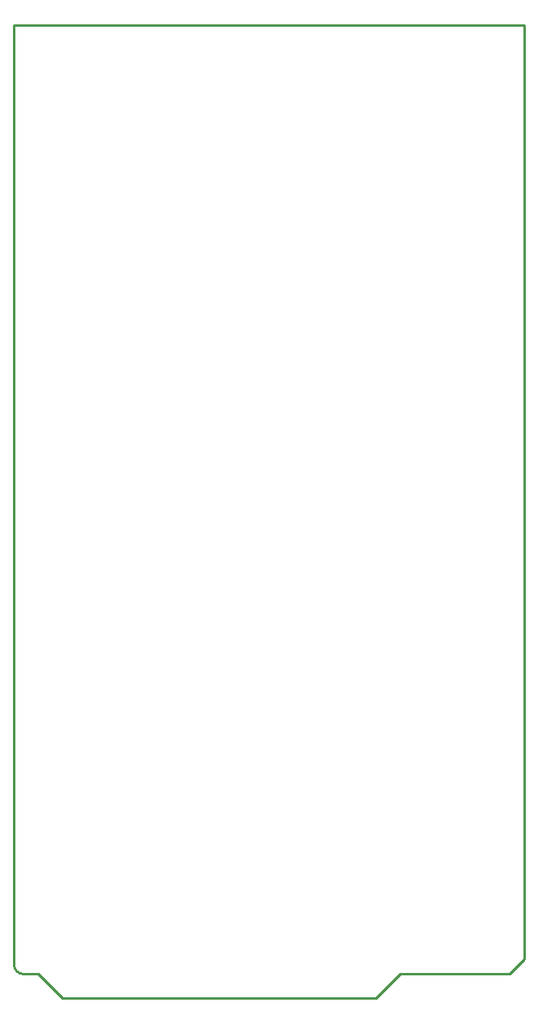
<source format=gko>
G04*
G04 #@! TF.GenerationSoftware,Altium Limited,Altium Designer,18.1.11 (251)*
G04*
G04 Layer_Color=16711935*
%FSLAX25Y25*%
%MOIN*%
G70*
G01*
G75*
%ADD14C,0.01000*%
D14*
X-1Y-386100D02*
G03*
X3800Y-390000I3901J0D01*
G01*
X-0Y-386100D02*
X0Y0D01*
X3800Y-390000D02*
X10000D01*
X210000Y-384000D02*
X210000Y0D01*
X159000Y-390000D02*
X204000D01*
X210000Y-384000D01*
X20000Y-400000D02*
X149000D01*
Y-400000D02*
X159000Y-390000D01*
X10000D02*
X20000Y-400000D01*
X0Y0D02*
X210000D01*
M02*

</source>
